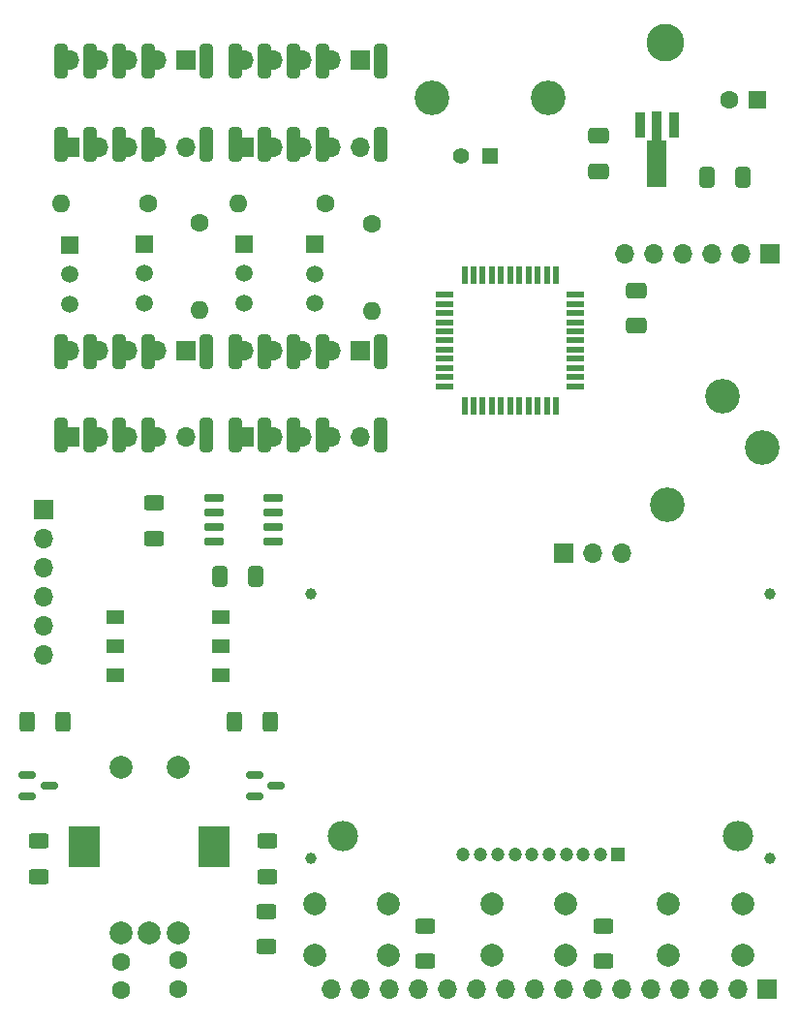
<source format=gbr>
%TF.GenerationSoftware,KiCad,Pcbnew,7.0.10*%
%TF.CreationDate,2024-01-22T19:43:49-08:00*%
%TF.ProjectId,Relay_LCD k7,52656c61-795f-44c4-9344-206b372e6b69,rev?*%
%TF.SameCoordinates,Original*%
%TF.FileFunction,Soldermask,Top*%
%TF.FilePolarity,Negative*%
%FSLAX46Y46*%
G04 Gerber Fmt 4.6, Leading zero omitted, Abs format (unit mm)*
G04 Created by KiCad (PCBNEW 7.0.10) date 2024-01-22 19:43:49*
%MOMM*%
%LPD*%
G01*
G04 APERTURE LIST*
G04 Aperture macros list*
%AMRoundRect*
0 Rectangle with rounded corners*
0 $1 Rounding radius*
0 $2 $3 $4 $5 $6 $7 $8 $9 X,Y pos of 4 corners*
0 Add a 4 corners polygon primitive as box body*
4,1,4,$2,$3,$4,$5,$6,$7,$8,$9,$2,$3,0*
0 Add four circle primitives for the rounded corners*
1,1,$1+$1,$2,$3*
1,1,$1+$1,$4,$5*
1,1,$1+$1,$6,$7*
1,1,$1+$1,$8,$9*
0 Add four rect primitives between the rounded corners*
20,1,$1+$1,$2,$3,$4,$5,0*
20,1,$1+$1,$4,$5,$6,$7,0*
20,1,$1+$1,$6,$7,$8,$9,0*
20,1,$1+$1,$8,$9,$2,$3,0*%
%AMFreePoly0*
4,1,9,5.362500,-0.866500,1.237500,-0.866500,1.237500,-0.450000,-1.237500,-0.450000,-1.237500,0.450000,1.237500,0.450000,1.237500,0.866500,5.362500,0.866500,5.362500,-0.866500,5.362500,-0.866500,$1*%
G04 Aperture macros list end*
%ADD10O,1.700000X1.700000*%
%ADD11R,1.700000X1.700000*%
%ADD12C,2.000000*%
%ADD13R,2.800000X3.600000*%
%ADD14RoundRect,0.250000X0.400000X0.625000X-0.400000X0.625000X-0.400000X-0.625000X0.400000X-0.625000X0*%
%ADD15C,3.016000*%
%ADD16RoundRect,0.250000X-0.650000X0.412500X-0.650000X-0.412500X0.650000X-0.412500X0.650000X0.412500X0*%
%ADD17C,1.600000*%
%ADD18O,1.600000X1.600000*%
%ADD19RoundRect,0.249750X0.305250X1.250250X-0.305250X1.250250X-0.305250X-1.250250X0.305250X-1.250250X0*%
%ADD20R,0.550000X1.500000*%
%ADD21R,1.500000X0.550000*%
%ADD22R,1.600000X1.250000*%
%ADD23RoundRect,0.250000X0.625000X-0.400000X0.625000X0.400000X-0.625000X0.400000X-0.625000X-0.400000X0*%
%ADD24RoundRect,0.250000X0.412500X0.650000X-0.412500X0.650000X-0.412500X-0.650000X0.412500X-0.650000X0*%
%ADD25RoundRect,0.150000X-0.587500X-0.150000X0.587500X-0.150000X0.587500X0.150000X-0.587500X0.150000X0*%
%ADD26C,3.300000*%
%ADD27R,1.600000X1.600000*%
%ADD28R,1.500000X1.500000*%
%ADD29C,1.500000*%
%ADD30C,2.655000*%
%ADD31C,1.200000*%
%ADD32R,1.200000X1.200000*%
%ADD33C,1.000000*%
%ADD34R,1.398000X1.398000*%
%ADD35C,1.398000*%
%ADD36C,3.015000*%
%ADD37RoundRect,0.250000X-0.412500X-0.650000X0.412500X-0.650000X0.412500X0.650000X-0.412500X0.650000X0*%
%ADD38RoundRect,0.150000X0.725000X0.150000X-0.725000X0.150000X-0.725000X-0.150000X0.725000X-0.150000X0*%
%ADD39R,0.900000X2.300000*%
%ADD40FreePoly0,270.000000*%
G04 APERTURE END LIST*
D10*
%TO.C,J2*%
X103820000Y-71025000D03*
X106360000Y-71025000D03*
X108900000Y-71025000D03*
X111440000Y-71025000D03*
X113980000Y-71025000D03*
D11*
X116520000Y-71025000D03*
%TD*%
D12*
%TO.C,S1*%
X59725000Y-115900000D03*
X64725000Y-115900000D03*
D13*
X56525000Y-122900000D03*
X67925000Y-122900000D03*
D12*
X59725000Y-130400000D03*
X64725000Y-130400000D03*
X62225000Y-130400000D03*
%TD*%
D14*
%TO.C,R3*%
X72800000Y-111925000D03*
X69700000Y-111925000D03*
%TD*%
D15*
%TO.C,CON1*%
X115825000Y-88007100D03*
X112325000Y-83507100D03*
X107525000Y-93007100D03*
%TD*%
D11*
%TO.C,J7*%
X55260000Y-87090000D03*
D10*
X57800000Y-87090000D03*
X60340000Y-87090000D03*
X62880000Y-87090000D03*
X65420000Y-87090000D03*
%TD*%
D16*
%TO.C,C5*%
X101525000Y-60700000D03*
X101525000Y-63825000D03*
%TD*%
D14*
%TO.C,R4*%
X54675000Y-111925000D03*
X51575000Y-111925000D03*
%TD*%
D11*
%TO.C,J13*%
X80645000Y-54080000D03*
D10*
X78105000Y-54080000D03*
X75565000Y-54080000D03*
X73025000Y-54080000D03*
X70485000Y-54080000D03*
%TD*%
D11*
%TO.C,J1*%
X116200000Y-135350000D03*
D10*
X113660000Y-135350000D03*
X111120000Y-135350000D03*
X108580000Y-135350000D03*
X106040000Y-135350000D03*
X103500000Y-135350000D03*
X100960000Y-135350000D03*
X98420000Y-135350000D03*
X95880000Y-135350000D03*
X93340000Y-135350000D03*
X90800000Y-135350000D03*
X88260000Y-135350000D03*
X85720000Y-135350000D03*
X83180000Y-135350000D03*
X80640000Y-135350000D03*
X78100000Y-135350000D03*
%TD*%
D17*
%TO.C,R10*%
X62150000Y-66675000D03*
D18*
X54530000Y-66675000D03*
%TD*%
D19*
%TO.C,RY2*%
X67240000Y-79600000D03*
X62160000Y-79600000D03*
X59620000Y-79600000D03*
X57080000Y-79600000D03*
X54540000Y-79600000D03*
X54540000Y-86890000D03*
X57080000Y-86890000D03*
X59620000Y-86890000D03*
X62160000Y-86890000D03*
X67240000Y-86890000D03*
%TD*%
D20*
%TO.C,U5*%
X97775000Y-84325000D03*
X96975000Y-84325000D03*
X96175000Y-84325000D03*
X95375000Y-84325000D03*
X94575000Y-84325000D03*
X93775000Y-84325000D03*
X92975000Y-84325000D03*
X92175000Y-84325000D03*
X91375000Y-84325000D03*
X90575000Y-84325000D03*
X89775000Y-84325000D03*
D21*
X88075000Y-82625000D03*
X88075000Y-81825000D03*
X88075000Y-81025000D03*
X88075000Y-80225000D03*
X88075000Y-79425000D03*
X88075000Y-78625000D03*
X88075000Y-77825000D03*
X88075000Y-77025000D03*
X88075000Y-76225000D03*
X88075000Y-75425000D03*
X88075000Y-74625000D03*
D20*
X89775000Y-72925000D03*
X90575000Y-72925000D03*
X91375000Y-72925000D03*
X92175000Y-72925000D03*
X92975000Y-72925000D03*
X93775000Y-72925000D03*
X94575000Y-72925000D03*
X95375000Y-72925000D03*
X96175000Y-72925000D03*
X96975000Y-72925000D03*
X97775000Y-72925000D03*
D21*
X99475000Y-74625000D03*
X99475000Y-75425000D03*
X99475000Y-76225000D03*
X99475000Y-77025000D03*
X99475000Y-77825000D03*
X99475000Y-78625000D03*
X99475000Y-79425000D03*
X99475000Y-80225000D03*
X99475000Y-81025000D03*
X99475000Y-81825000D03*
X99475000Y-82625000D03*
%TD*%
D22*
%TO.C,U3*%
X68450000Y-102760000D03*
X68450000Y-105300000D03*
X68450000Y-107840000D03*
X59250000Y-107840000D03*
X59250000Y-105300000D03*
X59250000Y-102760000D03*
%TD*%
D23*
%TO.C,R8*%
X86350000Y-132875000D03*
X86350000Y-129775000D03*
%TD*%
D24*
%TO.C,C8*%
X68400000Y-99275000D03*
X71525000Y-99275000D03*
%TD*%
D25*
%TO.C,Q2*%
X51575000Y-116575000D03*
X51575000Y-118475000D03*
X53450000Y-117525000D03*
%TD*%
D11*
%TO.C,J12*%
X65410000Y-79480000D03*
D10*
X62870000Y-79480000D03*
X60330000Y-79480000D03*
X57790000Y-79480000D03*
X55250000Y-79480000D03*
%TD*%
D11*
%TO.C,J8*%
X70495000Y-61700000D03*
D10*
X73035000Y-61700000D03*
X75575000Y-61700000D03*
X78115000Y-61700000D03*
X80655000Y-61700000D03*
%TD*%
D23*
%TO.C,R2*%
X62625000Y-95900000D03*
X62625000Y-92800000D03*
%TD*%
D17*
%TO.C,R13*%
X81650000Y-68400000D03*
D18*
X81650000Y-76020000D03*
%TD*%
D11*
%TO.C,J9*%
X70500000Y-87090000D03*
D10*
X73040000Y-87090000D03*
X75580000Y-87090000D03*
X78120000Y-87090000D03*
X80660000Y-87090000D03*
%TD*%
D26*
%TO.C,REF\u002A\u002A*%
X107310000Y-52600000D03*
%TD*%
D16*
%TO.C,C9*%
X104775000Y-77350000D03*
X104775000Y-74225000D03*
%TD*%
D17*
%TO.C,C2*%
X59750000Y-132925000D03*
X59750000Y-135425000D03*
%TD*%
%TO.C,R11*%
X66625000Y-68375000D03*
D18*
X66625000Y-75995000D03*
%TD*%
D23*
%TO.C,R1*%
X101900000Y-132875000D03*
X101900000Y-129775000D03*
%TD*%
%TO.C,R7*%
X72450000Y-131600000D03*
X72450000Y-128500000D03*
%TD*%
D17*
%TO.C,C11*%
X112925000Y-57575000D03*
D27*
X115425000Y-57575000D03*
%TD*%
D28*
%TO.C,Q5*%
X70550000Y-70175000D03*
D29*
X70550000Y-72775000D03*
X70550000Y-75375000D03*
%TD*%
D12*
%TO.C,SW2*%
X83150000Y-132325000D03*
X76650000Y-132325000D03*
X83150000Y-127825000D03*
X76650000Y-127825000D03*
%TD*%
D17*
%TO.C,R12*%
X77650000Y-66675000D03*
D18*
X70030000Y-66675000D03*
%TD*%
D30*
%TO.C,DS1*%
X113725000Y-121900000D03*
X79125000Y-121900000D03*
D31*
X89675000Y-123550000D03*
X91175000Y-123550000D03*
X92675000Y-123550000D03*
X94175000Y-123550000D03*
X95675000Y-123550000D03*
X97175000Y-123550000D03*
X98675000Y-123550000D03*
X100175000Y-123550000D03*
X101675000Y-123550000D03*
D32*
X103175000Y-123550000D03*
D33*
X116525000Y-123850000D03*
X116525000Y-100750000D03*
X76325000Y-123850000D03*
X76325000Y-100750000D03*
%TD*%
D34*
%TO.C,J10*%
X92050000Y-62466500D03*
D35*
X89510000Y-62466500D03*
D36*
X86970000Y-57386500D03*
X97130000Y-57386500D03*
%TD*%
D23*
%TO.C,R5*%
X72575000Y-125475000D03*
X72575000Y-122375000D03*
%TD*%
D11*
%TO.C,J14*%
X80650000Y-79480000D03*
D10*
X78110000Y-79480000D03*
X75570000Y-79480000D03*
X73030000Y-79480000D03*
X70490000Y-79480000D03*
%TD*%
D37*
%TO.C,C10*%
X114100000Y-64325000D03*
X110975000Y-64325000D03*
%TD*%
D28*
%TO.C,Q3*%
X55275000Y-70250000D03*
D29*
X55275000Y-72850000D03*
X55275000Y-75450000D03*
%TD*%
D17*
%TO.C,C4*%
X64750000Y-132800000D03*
X64750000Y-135300000D03*
%TD*%
D19*
%TO.C,RY3*%
X82475000Y-54205000D03*
X77395000Y-54205000D03*
X74855000Y-54205000D03*
X72315000Y-54205000D03*
X69775000Y-54205000D03*
X69775000Y-61495000D03*
X72315000Y-61495000D03*
X74855000Y-61495000D03*
X77395000Y-61495000D03*
X82475000Y-61495000D03*
%TD*%
D12*
%TO.C,SW1*%
X114075000Y-132325000D03*
X107575000Y-132325000D03*
X114075000Y-127825000D03*
X107575000Y-127825000D03*
%TD*%
D25*
%TO.C,Q1*%
X71450000Y-116575000D03*
X71450000Y-118475000D03*
X73325000Y-117525000D03*
%TD*%
D11*
%TO.C,J3*%
X98425000Y-97250000D03*
D10*
X100965000Y-97250000D03*
X103505000Y-97250000D03*
%TD*%
D19*
%TO.C,RY4*%
X82475000Y-79605000D03*
X77395000Y-79605000D03*
X74855000Y-79605000D03*
X72315000Y-79605000D03*
X69775000Y-79605000D03*
X69775000Y-86895000D03*
X72315000Y-86895000D03*
X74855000Y-86895000D03*
X77395000Y-86895000D03*
X82475000Y-86895000D03*
%TD*%
D23*
%TO.C,R6*%
X52525000Y-125475000D03*
X52525000Y-122375000D03*
%TD*%
D12*
%TO.C,SW3*%
X98650000Y-132325000D03*
X92150000Y-132325000D03*
X98650000Y-127825000D03*
X92150000Y-127825000D03*
%TD*%
D11*
%TO.C,J11*%
X65405000Y-54080000D03*
D10*
X62865000Y-54080000D03*
X60325000Y-54080000D03*
X57785000Y-54080000D03*
X55245000Y-54080000D03*
%TD*%
D11*
%TO.C,J4*%
X53000000Y-93375000D03*
D10*
X53000000Y-95915000D03*
X53000000Y-98455000D03*
X53000000Y-100995000D03*
X53000000Y-103535000D03*
X53000000Y-106075000D03*
%TD*%
D38*
%TO.C,U4*%
X67875000Y-96175000D03*
X67875000Y-94905000D03*
X67875000Y-93635000D03*
X67875000Y-92365000D03*
X73025000Y-92365000D03*
X73025000Y-93635000D03*
X73025000Y-94905000D03*
X73025000Y-96175000D03*
%TD*%
D28*
%TO.C,Q6*%
X76675000Y-70200000D03*
D29*
X76675000Y-72800000D03*
X76675000Y-75400000D03*
%TD*%
D28*
%TO.C,Q4*%
X61800000Y-70175000D03*
D29*
X61800000Y-72775000D03*
X61800000Y-75375000D03*
%TD*%
D11*
%TO.C,J6*%
X55255000Y-61700000D03*
D10*
X57795000Y-61700000D03*
X60335000Y-61700000D03*
X62875000Y-61700000D03*
X65415000Y-61700000D03*
%TD*%
D39*
%TO.C,U6*%
X105100000Y-59775000D03*
D40*
X106600000Y-59862500D03*
D39*
X108100000Y-59775000D03*
%TD*%
D19*
%TO.C,RY1*%
X67235000Y-54205000D03*
X62155000Y-54205000D03*
X59615000Y-54205000D03*
X57075000Y-54205000D03*
X54535000Y-54205000D03*
X54535000Y-61495000D03*
X57075000Y-61495000D03*
X59615000Y-61495000D03*
X62155000Y-61495000D03*
X67235000Y-61495000D03*
%TD*%
M02*

</source>
